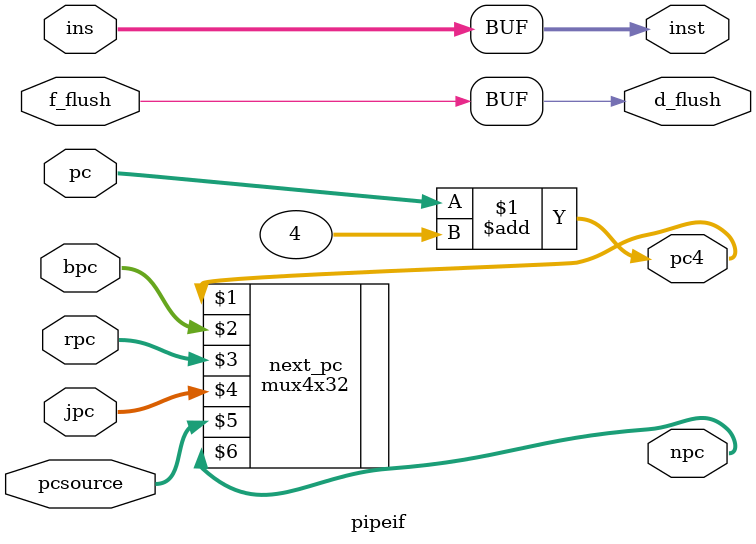
<source format=v>
module pipeif(pcsource, ins, pc, bpc, rpc, jpc, npc, pc4, inst, f_flush, d_flush);
//module pipeif(pcsource, ins, pc, bpc, rpc, jpc, npc, pc4, inst);//, f_flush, d_flush);
	input [31:0] pc, bpc, rpc, jpc;  //待选择的PC
	input [1:0] pcsource;            //选择信号
	input [31:0] ins;                //读取的指令
	input f_flush;
	output reg d_flush;
	output [31:0] npc, pc4, inst;    //输出下一条PC,pc4, inst

	assign pc4 = pc + 4;
	assign inst = ins;              //指令就直接赋值了
	always@(*)
	begin
	d_flush <= f_flush;
	end
	mux4x32 next_pc(pc4, bpc, rpc, jpc, pcsource, npc);

	//cla32 pc_plus4(pc, 32'h4, 1'b0, pc4);
	//等价于 assign pc4 = pc + 4;
	
endmodule

</source>
